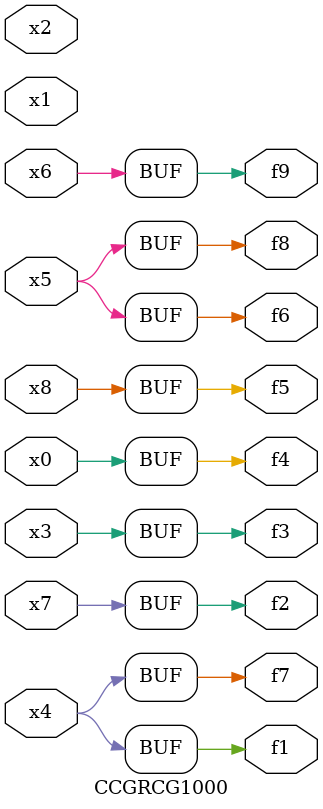
<source format=v>
module CCGRCG1000(
	input x0, x1, x2, x3, x4, x5, x6, x7, x8,
	output f1, f2, f3, f4, f5, f6, f7, f8, f9
);
	assign f1 = x4;
	assign f2 = x7;
	assign f3 = x3;
	assign f4 = x0;
	assign f5 = x8;
	assign f6 = x5;
	assign f7 = x4;
	assign f8 = x5;
	assign f9 = x6;
endmodule

</source>
